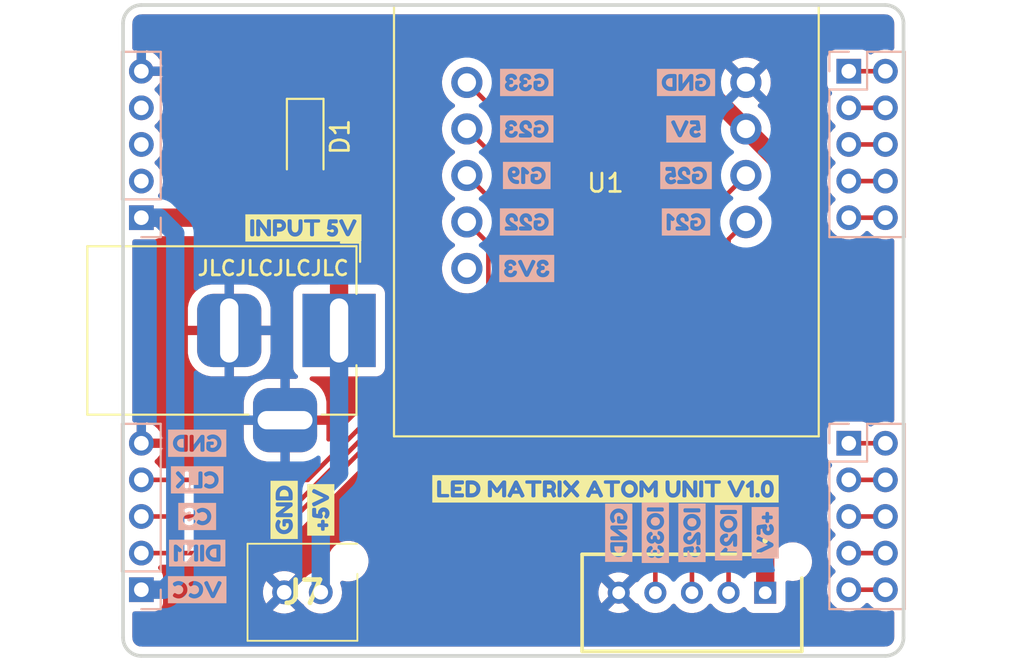
<source format=kicad_pcb>
(kicad_pcb (version 20211014) (generator pcbnew)
  (layers (0 "F.Cu" signal) (31 "B.Cu" signal) (34 "B.Paste" user) (35 "F.Paste" user) (36 "B.SilkS" user "B.Silkscreen") (37 "F.SilkS" user "F.Silkscreen") (38 "B.Mask" user) (39 "F.Mask" user) (44 "Edge.Cuts" user))
  (net 0 "")
  (net 1 "VCC")
  (net 2 "/DIN1")
  (net 3 "/CS")
  (net 4 "/CLK")
  (net 5 "GND")
  (net 9 "Net-(J1-Pad1)")
  (net 10 "Net-(J1-Pad3)")
  (net 11 "Net-(J1-Pad5)")
  (net 12 "Net-(J1-Pad7)")
  (net 13 "Net-(J3-Pad1)")
  (net 14 "Net-(J3-Pad3)")
  (net 15 "Net-(J3-Pad5)")
  (net 16 "Net-(J3-Pad7)")
  (net 17 "Net-(J3-Pad10)")
  (net 18 "/IO21")
  (net 19 "/IO25")
  (net 20 "/IO33")
  (net 22 "/+5V")
  (net 23 "Net-(J1-Pad10)")
  (footprint "SamacSys_Parts:B02BPASK1LFSN" (layer "F.Cu") (at 91.25 116.75)
    (fp_text reference "J7" (at 0.05 0) (layer "F.SilkS") (effects (font (size 1.27 1.27) (thickness 0.254))))
    (fp_text value "B02B-PASK-1__LF___SN_" hide)
    (pad "" np_thru_hole circle (at 2.5 -1.7) (size 1.2 1.2) (drill 1.2) (layers *.Cu *.Mask))
    (pad "1" thru_hole circle (at 1 0) (size 1.3 1.3) (drill 0.8) (layers *.Cu *.Mask) (net 1 "VCC"))
    (pad "2" thru_hole circle (at -1 0) (size 1.3 1.3) (drill 0.8) (layers *.Cu *.Mask) (net 5 "GND"))
  )
  (footprint "kibuzzard-636A46C3" (layer "F.Cu") (at 92.25 112.25 90)
    (fp_text reference "kibuzzard-636A46C3" hide)
    (fp_text value "G***" hide)
  )
  (footprint "kibuzzard-636A46AD" (layer "F.Cu") (at 90.25 112.25 90)
    (fp_text reference "kibuzzard-636A46AD" hide)
    (fp_text value "G***" hide)
  )
  (footprint "SamacSys_Parts:MJ179PH" (layer "F.Cu") (at 90.3 102.45)
    (fp_text reference "J5" hide)
    (fp_text value "Barrel_Jack_Switch" hide)
    (pad "1" thru_hole rect (at 2.95 0) (size 4 4) (drill oval 1 3.5) (layers *.Cu *.Mask) (net 1 "VCC"))
    (pad "2" thru_hole roundrect (at -3.05 0 180) (size 3.5 4) (drill oval 1 3.5) (layers *.Cu *.Mask) (net 5 "GND"))
    (pad "3" thru_hole roundrect (at 0 4.9 180) (size 3.5 3.5) (drill oval 3 1) (layers *.Cu *.Mask) (net 5 "GND"))
  )
  (footprint "SamacSys_Parts:B05BPASK1LFSN" (layer "F.Cu") (at 116.525 116.775)
    (fp_text reference "J6" hide)
    (fp_text value "B05B-PASK-1_LF__SN_" hide)
    (pad "" np_thru_hole circle locked (at 1.5 -1.7) (size 1.1 1.1) (drill 1.1) (layers *.Cu *.Mask))
    (pad "1" thru_hole rect locked (at 0 0) (size 1.2 1.2) (drill 0.7) (layers *.Cu *.Mask) (net 22 "/+5V"))
    (pad "2" thru_hole circle locked (at -2 0) (size 1.2 1.2) (drill 0.7) (layers *.Cu *.Mask) (net 18 "/IO21"))
    (pad "3" thru_hole circle locked (at -4 0) (size 1.2 1.2) (drill 0.7) (layers *.Cu *.Mask) (net 19 "/IO25"))
    (pad "4" thru_hole circle locked (at -6 0) (size 1.2 1.2) (drill 0.7) (layers *.Cu *.Mask) (net 20 "/IO33"))
    (pad "5" thru_hole circle locked (at -8 0) (size 1.2 1.2) (drill 0.7) (layers *.Cu *.Mask) (net 5 "GND"))
  )
  (footprint "kibuzzard-6369B8DB" (layer "F.Cu") (at 91.3 96.85)
    (fp_text reference "kibuzzard-6369B8DB" hide)
    (fp_text value "G***" hide)
  )
  (footprint "kibuzzard-636A34D8" (layer "F.Cu") (at 107.8 111.1)
    (fp_text reference "kibuzzard-636A34D8" hide)
    (fp_text value "G***" hide)
  )
  (footprint "Diode_SMD:D_SOD-123F" (layer "F.Cu") (at 91.4 92 -90)
    (fp_text reference "D1" (at -0.127 -1.905 -270) (layer "F.SilkS"))
    (fp_text value "D_Schottky")
    (pad "1" smd rect locked (at -1.4 0 270) (size 1.1 1.1) (layers "F.Cu" "F.Paste" "F.Mask") (net 22 "/+5V"))
    (pad "2" smd rect locked (at 1.4 0 270) (size 1.1 1.1) (layers "F.Cu" "F.Paste" "F.Mask") (net 1 "VCC"))
  )
  (footprint "footprint:M5ATOM" (layer "F.Cu") (at 107.8497 93.9835 180)
    (fp_text reference "U1" (at 0.0497 -0.4165) (layer "F.SilkS"))
    (fp_text value "ATOM_Lite-M5")
    (pad "1" thru_hole circle (at -7.62 -2.54 180) (size 1.7762 1.7762) (drill 1) (layers *.Cu *.Mask) (net 18 "/IO21"))
    (pad "2" thru_hole circle (at -7.62 0 180) (size 1.7 1.7) (drill 1) (layers *.Cu *.Mask) (net 19 "/IO25"))
    (pad "3" thru_hole circle (at -7.62 2.54 270) (size 1.7 1.7) (drill 1) (layers *.Cu *.Mask) (net 22 "/+5V"))
    (pad "4" thru_hole circle (at -7.62 5.08 180) (size 1.7 1.7) (drill 1) (layers *.Cu *.Mask) (net 5 "GND"))
    (pad "5" thru_hole circle (at 7.62 5.08 180) (size 1.7 1.7) (drill 1) (layers *.Cu *.Mask) (net 20 "/IO33"))
    (pad "6" thru_hole circle (at 7.62 2.54 180) (size 1.7 1.7) (drill 1) (layers *.Cu *.Mask) (net 2 "/DIN1"))
    (pad "7" thru_hole circle (at 7.62 0 180) (size 1.7 1.7) (drill 1) (layers *.Cu *.Mask) (net 3 "/CS"))
    (pad "8" thru_hole circle (at 7.62 -2.54 180) (size 1.7 1.7) (drill 1) (layers *.Cu *.Mask) (net 4 "/CLK"))
    (pad "9" thru_hole circle (at 7.62 -5.08 180) (size 1.7 1.7) (drill 1) (layers *.Cu *.Mask))
  )
  (footprint "Connector_PinSocket_2.00mm:PinSocket_1x05_P2.00mm_Vertical" (layer "B.Cu") (at 82.45 96.29)
    (fp_text reference "J4" hide)
    (fp_text value "Conn_01x05_Female")
    (pad "1" thru_hole rect locked (at 0 0) (size 1.35 1.35) (drill 0.8) (layers *.Cu *.Mask) (net 1 "VCC"))
    (pad "2" thru_hole oval locked (at 0 -2) (size 1.35 1.35) (drill 0.8) (layers *.Cu *.Mask))
    (pad "3" thru_hole oval locked (at 0 -4) (size 1.35 1.35) (drill 0.8) (layers *.Cu *.Mask))
    (pad "4" thru_hole oval locked (at 0 -6) (size 1.35 1.35) (drill 0.8) (layers *.Cu *.Mask))
    (pad "5" thru_hole oval locked (at 0 -8) (size 1.35 1.35) (drill 0.8) (layers *.Cu *.Mask) (net 5 "GND"))
  )
  (footprint "Connector_PinSocket_2.00mm:PinSocket_2x05_P2.00mm_Vertical" (layer "B.Cu") (at 121.09 88.29 180)
    (fp_text reference "J1" hide)
    (fp_text value "Conn_02x05_Odd_Even")
    (pad "1" thru_hole rect locked (at 0 0 180) (size 1.35 1.35) (drill 0.8) (layers *.Cu *.Mask) (net 9 "Net-(J1-Pad1)"))
    (pad "2" thru_hole oval locked (at -2 0 180) (size 1.35 1.35) (drill 0.8) (layers *.Cu *.Mask) (net 9 "Net-(J1-Pad1)"))
    (pad "3" thru_hole oval locked (at 0 -2 180) (size 1.35 1.35) (drill 0.8) (layers *.Cu *.Mask) (net 10 "Net-(J1-Pad3)"))
    (pad "4" thru_hole oval locked (at -2 -2 180) (size 1.35 1.35) (drill 0.8) (layers *.Cu *.Mask) (net 10 "Net-(J1-Pad3)"))
    (pad "5" thru_hole oval locked (at 0 -4 180) (size 1.35 1.35) (drill 0.8) (layers *.Cu *.Mask) (net 11 "Net-(J1-Pad5)"))
    (pad "6" thru_hole oval locked (at -2 -4 180) (size 1.35 1.35) (drill 0.8) (layers *.Cu *.Mask) (net 11 "Net-(J1-Pad5)"))
    (pad "7" thru_hole oval locked (at 0 -6 180) (size 1.35 1.35) (drill 0.8) (layers *.Cu *.Mask) (net 12 "Net-(J1-Pad7)"))
    (pad "8" thru_hole oval locked (at -2 -6 180) (size 1.35 1.35) (drill 0.8) (layers *.Cu *.Mask) (net 12 "Net-(J1-Pad7)"))
    (pad "9" thru_hole oval locked (at 0 -8 180) (size 1.35 1.35) (drill 0.8) (layers *.Cu *.Mask) (net 23 "Net-(J1-Pad10)"))
    (pad "10" thru_hole oval locked (at -2 -8 180) (size 1.35 1.35) (drill 0.8) (layers *.Cu *.Mask) (net 23 "Net-(J1-Pad10)"))
  )
  (footprint "Connector_PinSocket_2.00mm:PinSocket_1x05_P2.00mm_Vertical" (layer "B.Cu") (at 82.45 116.61)
    (fp_text reference "J2" hide)
    (fp_text value "Conn_01x05_Female")
    (pad "1" thru_hole rect locked (at 0 0) (size 1.35 1.35) (drill 0.8) (layers *.Cu *.Mask) (net 1 "VCC"))
    (pad "2" thru_hole oval locked (at 0 -2) (size 1.35 1.35) (drill 0.8) (layers *.Cu *.Mask) (net 2 "/DIN1"))
    (pad "3" thru_hole oval locked (at 0 -4) (size 1.35 1.35) (drill 0.8) (layers *.Cu *.Mask) (net 3 "/CS"))
    (pad "4" thru_hole oval locked (at 0 -6) (size 1.35 1.35) (drill 0.8) (layers *.Cu *.Mask) (net 4 "/CLK"))
    (pad "5" thru_hole oval locked (at 0 -8) (size 1.35 1.35) (drill 0.8) (layers *.Cu *.Mask) (net 5 "GND"))
  )
  (footprint "kibuzzard-6369BB57" (layer "B.Cu") (at 112.1994 91.4435 180)
    (fp_text reference "kibuzzard-6369BB57" hide)
    (fp_text value "G***" hide)
  )
  (footprint "kibuzzard-6369B937" (layer "B.Cu") (at 85.5 116.61 180)
    (fp_text reference "kibuzzard-6369B937" hide)
    (fp_text value "G***" hide)
  )
  (footprint "kibuzzard-636A4C56" (layer "B.Cu") (at 114.525 113.5 -90)
    (fp_text reference "kibuzzard-636A4C56" hide)
    (fp_text value "G***" hide)
  )
  (footprint "kibuzzard-636A4C45" (layer "B.Cu") (at 110.525 113.5 -90)
    (fp_text reference "kibuzzard-636A4C45" hide)
    (fp_text value "G***" hide)
  )
  (footprint "kibuzzard-6369B92E" (layer "B.Cu") (at 85.5 114.61 180)
    (fp_text reference "kibuzzard-6369B92E" hide)
    (fp_text value "G***" hide)
  )
  (footprint "Connector_PinSocket_2.00mm:PinSocket_2x05_P2.00mm_Vertical" (layer "B.Cu") (at 121.09 108.61 180)
    (fp_text reference "J3" hide)
    (fp_text value "Conn_02x05_Odd_Even")
    (pad "1" thru_hole rect locked (at 0 0 180) (size 1.35 1.35) (drill 0.8) (layers *.Cu *.Mask) (net 13 "Net-(J3-Pad1)"))
    (pad "2" thru_hole oval locked (at -2 0 180) (size 1.35 1.35) (drill 0.8) (layers *.Cu *.Mask) (net 13 "Net-(J3-Pad1)"))
    (pad "3" thru_hole oval locked (at 0 -2 180) (size 1.35 1.35) (drill 0.8) (layers *.Cu *.Mask) (net 14 "Net-(J3-Pad3)"))
    (pad "4" thru_hole oval locked (at -2 -2 180) (size 1.35 1.35) (drill 0.8) (layers *.Cu *.Mask) (net 14 "Net-(J3-Pad3)"))
    (pad "5" thru_hole oval locked (at 0 -4 180) (size 1.35 1.35) (drill 0.8) (layers *.Cu *.Mask) (net 15 "Net-(J3-Pad5)"))
    (pad "6" thru_hole oval locked (at -2 -4 180) (size 1.35 1.35) (drill 0.8) (layers *.Cu *.Mask) (net 15 "Net-(J3-Pad5)"))
    (pad "7" thru_hole oval locked (at 0 -6 180) (size 1.35 1.35) (drill 0.8) (layers *.Cu *.Mask) (net 16 "Net-(J3-Pad7)"))
    (pad "8" thru_hole oval locked (at -2 -6 180) (size 1.35 1.35) (drill 0.8) (layers *.Cu *.Mask) (net 16 "Net-(J3-Pad7)"))
    (pad "9" thru_hole oval locked (at 0 -8 180) (size 1.35 1.35) (drill 0.8) (layers *.Cu *.Mask) (net 17 "Net-(J3-Pad10)"))
    (pad "10" thru_hole oval locked (at -2 -8 180) (size 1.35 1.35) (drill 0.8) (layers *.Cu *.Mask) (net 17 "Net-(J3-Pad10)"))
  )
  (footprint "kibuzzard-6369B912" (layer "B.Cu") (at 85.5 108.61 180)
    (fp_text reference "kibuzzard-6369B912" hide)
    (fp_text value "G***" hide)
  )
  (footprint "kibuzzard-636A4C3A" (layer "B.Cu") (at 108.525 113.5 -90)
    (fp_text reference "kibuzzard-636A4C3A" hide)
    (fp_text value "G***" hide)
  )
  (footprint "kibuzzard-636A4C4F" (layer "B.Cu") (at 112.525 113.5 -90)
    (fp_text reference "kibuzzard-636A4C4F" hide)
    (fp_text value "G***" hide)
  )
  (footprint "kibuzzard-6369B927" (layer "B.Cu") (at 85.5 112.61 180)
    (fp_text reference "kibuzzard-6369B927" hide)
    (fp_text value "G***" hide)
  )
  (footprint "kibuzzard-636A3261" (layer "B.Cu") (at 112.1994 93.9835 180)
    (fp_text reference "kibuzzard-636A3261" hide)
    (fp_text value "G***" hide)
  )
  (footprint "kibuzzard-636A321D" (layer "B.Cu") (at 103.5 88.9035 180)
    (fp_text reference "kibuzzard-636A321D" hide)
    (fp_text value "G***" hide)
  )
  (footprint "kibuzzard-6369B91F" (layer "B.Cu") (at 85.5 110.61 180)
    (fp_text reference "kibuzzard-6369B91F" hide)
    (fp_text value "G***" hide)
  )
  (footprint "kibuzzard-6369BB69" (layer "B.Cu") (at 112.1994 88.9035 180)
    (fp_text reference "kibuzzard-6369BB69" hide)
    (fp_text value "G***" hide)
  )
  (footprint "kibuzzard-636A31DF" (layer "B.Cu") (at 103.5 99.0635 180)
    (fp_text reference "kibuzzard-636A31DF" hide)
    (fp_text value "G***" hide)
  )
  (footprint "kibuzzard-636A4C5F" (layer "B.Cu") (at 116.525 113.5 -90)
    (fp_text reference "kibuzzard-636A4C5F" hide)
    (fp_text value "G***" hide)
  )
  (footprint "kibuzzard-636A3210" (layer "B.Cu") (at 103.5 91.4435 180)
    (fp_text reference "kibuzzard-636A3210" hide)
    (fp_text value "G***" hide)
  )
  (footprint "kibuzzard-636A31F2" (layer "B.Cu") (at 103.5 96.5235 180)
    (fp_text reference "kibuzzard-636A31F2" hide)
    (fp_text value "G***" hide)
  )
  (footprint "kibuzzard-636A3201" (layer "B.Cu") (at 103.5 93.9835 180)
    (fp_text reference "kibuzzard-636A3201" hide)
    (fp_text value "G***" hide)
  )
  (footprint "kibuzzard-636A3268" (layer "B.Cu") (at 112.1994 96.5235 180)
    (fp_text reference "kibuzzard-636A3268" hide)
    (fp_text value "G***" hide)
  )
  (gr_arc (start 124.080692 119.224434) (mid 123.787799 119.931541) (end 123.080692 120.224434) (layer "Edge.Cuts") (width 0.2))
  (gr_line (start 123.080692 120.224434) (end 82.45 120.224434) (layer "Edge.Cuts") (width 0.2))
  (gr_line (start 124.080692 85.675566) (end 124.080692 119.224434) (layer "Edge.Cuts") (width 0.2))
  (gr_arc (start 82.45 120.224434) (mid 81.742893 119.931541) (end 81.45 119.224434) (layer "Edge.Cuts") (width 0.2))
  (gr_arc (start 81.45 85.675566) (mid 81.742893 84.968459) (end 82.45 84.675566) (layer "Edge.Cuts") (width 0.2))
  (gr_line (start 81.45 119.224434) (end 81.45 85.675566) (layer "Edge.Cuts") (width 0.2))
  (gr_line (start 82.45 84.675566) (end 123.080692 84.675566) (layer "Edge.Cuts") (width 0.2))
  (gr_arc (start 123.080692 84.675566) (mid 123.787799 84.968459) (end 124.080692 85.675566) (layer "Edge.Cuts") (width 0.2))
  (gr_text "JLCJLCJLCJLC" (at 89.65 99.05) (layer "F.SilkS") (effects (font (size 0.8 0.8))))
  (segment (start 91.39 96.29) (end 93.25 98.15) (width 1) (layer "F.Cu") (net 1))
  (segment (start 82.45 96.29) (end 91.39 96.29) (width 1) (layer "F.Cu") (net 1))
  (segment (start 91.4 96.28) (end 91.4 93.4) (width 1) (layer "F.Cu") (net 1))
  (segment (start 91.39 96.29) (end 91.4 96.28) (width 1) (layer "F.Cu") (net 1))
  (segment (start 93.25 98.15) (end 93.25 102.45) (width 1) (layer "F.Cu") (net 1))
  (segment (start 84.3 116) (end 84.3 97.15) (width 1) (layer "B.Cu") (net 1))
  (segment (start 83.44 96.29) (end 82.45 96.29) (width 1) (layer "B.Cu") (net 1))
  (segment (start 83.69 116.61) (end 84.3 116) (width 1) (layer "B.Cu") (net 1))
  (segment (start 82.45 116.61) (end 83.69 116.61) (width 1) (layer "B.Cu") (net 1))
  (segment (start 93.25 102.45) (end 93.25 110.25) (width 1) (layer "B.Cu") (net 1))
  (segment (start 93.25 110.25) (end 92.25 111.25) (width 1) (layer "B.Cu") (net 1))
  (segment (start 84.3 97.15) (end 83.44 96.29) (width 1) (layer "B.Cu") (net 1))
  (segment (start 92.25 111.25) (end 92.25 116.75) (width 1) (layer "B.Cu") (net 1))
  (segment (start 102.34952 93.56332) (end 100.2297 91.4435) (width 0.25) (layer "F.Cu") (net 2))
  (segment (start 82.45 114.61) (end 88.875718 114.61) (width 0.25) (layer "F.Cu") (net 2))
  (segment (start 102.34952 101.136198) (end 102.34952 93.56332) (width 0.25) (layer "F.Cu") (net 2))
  (segment (start 88.875718 114.61) (end 102.34952 101.136198) (width 0.25) (layer "F.Cu") (net 2))
  (segment (start 101.9 100.95) (end 101.9 95.6538) (width 0.25) (layer "F.Cu") (net 3))
  (segment (start 101.9 95.6538) (end 100.2297 93.9835) (width 0.25) (layer "F.Cu") (net 3))
  (segment (start 90.24 112.61) (end 101.9 100.95) (width 0.25) (layer "F.Cu") (net 3))
  (segment (start 82.45 112.61) (end 90.24 112.61) (width 0.25) (layer "F.Cu") (net 3))
  (segment (start 101.404211 97.698011) (end 101.404211 100.745789) (width 0.25) (layer "F.Cu") (net 4))
  (segment (start 91.54 110.61) (end 82.45 110.61) (width 0.25) (layer "F.Cu") (net 4))
  (segment (start 101.404211 100.745789) (end 91.54 110.61) (width 0.25) (layer "F.Cu") (net 4))
  (segment (start 100.2297 96.5235) (end 101.404211 97.698011) (width 0.25) (layer "F.Cu") (net 4))
  (segment (start 121.09 88.29) (end 123.09 88.29) (width 0.25) (layer "F.Cu") (net 9))
  (segment (start 121.09 90.29) (end 123.09 90.29) (width 0.25) (layer "F.Cu") (net 10))
  (segment (start 121.09 92.29) (end 123.09 92.29) (width 0.25) (layer "F.Cu") (net 11))
  (segment (start 123.09 94.29) (end 121.09 94.29) (width 0.25) (layer "F.Cu") (net 12))
  (segment (start 121.09 108.61) (end 123.09 108.61) (width 0.25) (layer "F.Cu") (net 13))
  (segment (start 121.09 110.61) (end 123.09 110.61) (width 0.25) (layer "F.Cu") (net 14))
  (segment (start 121.09 112.61) (end 123.09 112.61) (width 0.25) (layer "F.Cu") (net 15))
  (segment (start 121.09 114.61) (end 123.09 114.61) (width 0.25) (layer "F.Cu") (net 16))
  (segment (start 121.09 116.61) (end 123.09 116.61) (width 0.25) (layer "F.Cu") (net 17))
  (segment (start 114.525 116.775) (end 114.525 97.4682) (width 0.25) (layer "F.Cu") (net 18))
  (segment (start 114.525 97.4682) (end 115.4697 96.5235) (width 0.25) (layer "F.Cu") (net 18))
  (segment (start 112.525 116.775) (end 112.525 96.9282) (width 0.25) (layer "F.Cu") (net 19))
  (segment (start 112.525 96.9282) (end 115.4697 93.9835) (width 0.25) (layer "F.Cu") (net 19))
  (segment (start 110.525 99.1988) (end 100.2297 88.9035) (width 0.25) (layer "F.Cu") (net 20))
  (segment (start 110.525 116.775) (end 110.525 99.1988) (width 0.25) (layer "F.Cu") (net 20))
  (segment (start 116.525 116.775) (end 116.525 99.475) (width 1) (layer "F.Cu") (net 22))
  (segment (start 118 93.9738) (end 118 98) (width 1) (layer "F.Cu") (net 22))
  (segment (start 115.4697 91.4435) (end 118 93.9738) (width 1) (layer "F.Cu") (net 22))
  (segment (start 110.8762 86.85) (end 115.4697 91.4435) (width 1) (layer "F.Cu") (net 22))
  (segment (start 93.6 86.85) (end 110.8762 86.85) (width 1) (layer "F.Cu") (net 22))
  (segment (start 91.4 90.6) (end 91.4 89.05) (width 1) (layer "F.Cu") (net 22))
  (segment (start 91.4 89.05) (end 93.6 86.85) (width 1) (layer "F.Cu") (net 22))
  (segment (start 118 98) (end 116.525 99.475) (width 1) (layer "F.Cu") (net 22))
  (segment (start 123.09 96.29) (end 121.09 96.29) (width 0.25) (layer "F.Cu") (net 23))
  (zone (net 5) (net_name "GND") (layers F&B.Cu) (connect_pads (clearance 0.508)) (min_thickness 0.254) (fill yes (thermal_gap 0.508) (thermal_bridge_width 0.508))
    (polygon (pts (xy 124.3 84.5) (xy 124.3 120.15) (xy 81.3 120.25) (xy 81.1 84.4)))
  )
)
</source>
